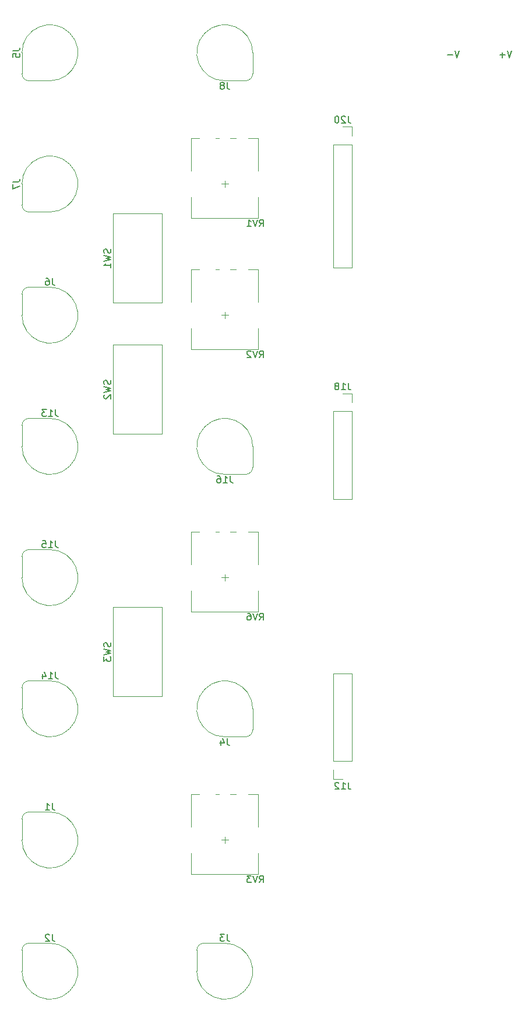
<source format=gbo>
%TF.GenerationSoftware,KiCad,Pcbnew,7.0.2-0*%
%TF.CreationDate,2023-10-21T23:35:19+01:00*%
%TF.ProjectId,serge-r5-triple-wave-shaper,73657267-652d-4723-952d-747269706c65,r02*%
%TF.SameCoordinates,Original*%
%TF.FileFunction,Legend,Bot*%
%TF.FilePolarity,Positive*%
%FSLAX46Y46*%
G04 Gerber Fmt 4.6, Leading zero omitted, Abs format (unit mm)*
G04 Created by KiCad (PCBNEW 7.0.2-0) date 2023-10-21 23:35:19*
%MOMM*%
%LPD*%
G01*
G04 APERTURE LIST*
%ADD10C,0.150000*%
%ADD11C,0.120000*%
G04 APERTURE END LIST*
D10*
%TO.C,J20*%
X80184523Y-49202619D02*
X80184523Y-49916904D01*
X80184523Y-49916904D02*
X80232142Y-50059761D01*
X80232142Y-50059761D02*
X80327380Y-50155000D01*
X80327380Y-50155000D02*
X80470237Y-50202619D01*
X80470237Y-50202619D02*
X80565475Y-50202619D01*
X79755951Y-49297857D02*
X79708332Y-49250238D01*
X79708332Y-49250238D02*
X79613094Y-49202619D01*
X79613094Y-49202619D02*
X79374999Y-49202619D01*
X79374999Y-49202619D02*
X79279761Y-49250238D01*
X79279761Y-49250238D02*
X79232142Y-49297857D01*
X79232142Y-49297857D02*
X79184523Y-49393095D01*
X79184523Y-49393095D02*
X79184523Y-49488333D01*
X79184523Y-49488333D02*
X79232142Y-49631190D01*
X79232142Y-49631190D02*
X79803570Y-50202619D01*
X79803570Y-50202619D02*
X79184523Y-50202619D01*
X78565475Y-49202619D02*
X78470237Y-49202619D01*
X78470237Y-49202619D02*
X78374999Y-49250238D01*
X78374999Y-49250238D02*
X78327380Y-49297857D01*
X78327380Y-49297857D02*
X78279761Y-49393095D01*
X78279761Y-49393095D02*
X78232142Y-49583571D01*
X78232142Y-49583571D02*
X78232142Y-49821666D01*
X78232142Y-49821666D02*
X78279761Y-50012142D01*
X78279761Y-50012142D02*
X78327380Y-50107380D01*
X78327380Y-50107380D02*
X78374999Y-50155000D01*
X78374999Y-50155000D02*
X78470237Y-50202619D01*
X78470237Y-50202619D02*
X78565475Y-50202619D01*
X78565475Y-50202619D02*
X78660713Y-50155000D01*
X78660713Y-50155000D02*
X78708332Y-50107380D01*
X78708332Y-50107380D02*
X78755951Y-50012142D01*
X78755951Y-50012142D02*
X78803570Y-49821666D01*
X78803570Y-49821666D02*
X78803570Y-49583571D01*
X78803570Y-49583571D02*
X78755951Y-49393095D01*
X78755951Y-49393095D02*
X78708332Y-49297857D01*
X78708332Y-49297857D02*
X78660713Y-49250238D01*
X78660713Y-49250238D02*
X78565475Y-49202619D01*
%TO.C,J9*%
X103949380Y-39721619D02*
X103616047Y-40721619D01*
X103616047Y-40721619D02*
X103282714Y-39721619D01*
X102949380Y-40340666D02*
X102187476Y-40340666D01*
X102568428Y-40721619D02*
X102568428Y-39959714D01*
X96329380Y-39721619D02*
X95996047Y-40721619D01*
X95996047Y-40721619D02*
X95662714Y-39721619D01*
X95329380Y-40340666D02*
X94567476Y-40340666D01*
%TO.C,J6*%
X37163333Y-72741619D02*
X37163333Y-73455904D01*
X37163333Y-73455904D02*
X37210952Y-73598761D01*
X37210952Y-73598761D02*
X37306190Y-73694000D01*
X37306190Y-73694000D02*
X37449047Y-73741619D01*
X37449047Y-73741619D02*
X37544285Y-73741619D01*
X36258571Y-72741619D02*
X36449047Y-72741619D01*
X36449047Y-72741619D02*
X36544285Y-72789238D01*
X36544285Y-72789238D02*
X36591904Y-72836857D01*
X36591904Y-72836857D02*
X36687142Y-72979714D01*
X36687142Y-72979714D02*
X36734761Y-73170190D01*
X36734761Y-73170190D02*
X36734761Y-73551142D01*
X36734761Y-73551142D02*
X36687142Y-73646380D01*
X36687142Y-73646380D02*
X36639523Y-73694000D01*
X36639523Y-73694000D02*
X36544285Y-73741619D01*
X36544285Y-73741619D02*
X36353809Y-73741619D01*
X36353809Y-73741619D02*
X36258571Y-73694000D01*
X36258571Y-73694000D02*
X36210952Y-73646380D01*
X36210952Y-73646380D02*
X36163333Y-73551142D01*
X36163333Y-73551142D02*
X36163333Y-73313047D01*
X36163333Y-73313047D02*
X36210952Y-73217809D01*
X36210952Y-73217809D02*
X36258571Y-73170190D01*
X36258571Y-73170190D02*
X36353809Y-73122571D01*
X36353809Y-73122571D02*
X36544285Y-73122571D01*
X36544285Y-73122571D02*
X36639523Y-73170190D01*
X36639523Y-73170190D02*
X36687142Y-73217809D01*
X36687142Y-73217809D02*
X36734761Y-73313047D01*
%TO.C,J12*%
X80184523Y-145937619D02*
X80184523Y-146651904D01*
X80184523Y-146651904D02*
X80232142Y-146794761D01*
X80232142Y-146794761D02*
X80327380Y-146890000D01*
X80327380Y-146890000D02*
X80470237Y-146937619D01*
X80470237Y-146937619D02*
X80565475Y-146937619D01*
X79184523Y-146937619D02*
X79755951Y-146937619D01*
X79470237Y-146937619D02*
X79470237Y-145937619D01*
X79470237Y-145937619D02*
X79565475Y-146080476D01*
X79565475Y-146080476D02*
X79660713Y-146175714D01*
X79660713Y-146175714D02*
X79755951Y-146223333D01*
X78803570Y-146032857D02*
X78755951Y-145985238D01*
X78755951Y-145985238D02*
X78660713Y-145937619D01*
X78660713Y-145937619D02*
X78422618Y-145937619D01*
X78422618Y-145937619D02*
X78327380Y-145985238D01*
X78327380Y-145985238D02*
X78279761Y-146032857D01*
X78279761Y-146032857D02*
X78232142Y-146128095D01*
X78232142Y-146128095D02*
X78232142Y-146223333D01*
X78232142Y-146223333D02*
X78279761Y-146366190D01*
X78279761Y-146366190D02*
X78851189Y-146937619D01*
X78851189Y-146937619D02*
X78232142Y-146937619D01*
%TO.C,J18*%
X80184523Y-87937619D02*
X80184523Y-88651904D01*
X80184523Y-88651904D02*
X80232142Y-88794761D01*
X80232142Y-88794761D02*
X80327380Y-88890000D01*
X80327380Y-88890000D02*
X80470237Y-88937619D01*
X80470237Y-88937619D02*
X80565475Y-88937619D01*
X79184523Y-88937619D02*
X79755951Y-88937619D01*
X79470237Y-88937619D02*
X79470237Y-87937619D01*
X79470237Y-87937619D02*
X79565475Y-88080476D01*
X79565475Y-88080476D02*
X79660713Y-88175714D01*
X79660713Y-88175714D02*
X79755951Y-88223333D01*
X78613094Y-88366190D02*
X78708332Y-88318571D01*
X78708332Y-88318571D02*
X78755951Y-88270952D01*
X78755951Y-88270952D02*
X78803570Y-88175714D01*
X78803570Y-88175714D02*
X78803570Y-88128095D01*
X78803570Y-88128095D02*
X78755951Y-88032857D01*
X78755951Y-88032857D02*
X78708332Y-87985238D01*
X78708332Y-87985238D02*
X78613094Y-87937619D01*
X78613094Y-87937619D02*
X78422618Y-87937619D01*
X78422618Y-87937619D02*
X78327380Y-87985238D01*
X78327380Y-87985238D02*
X78279761Y-88032857D01*
X78279761Y-88032857D02*
X78232142Y-88128095D01*
X78232142Y-88128095D02*
X78232142Y-88175714D01*
X78232142Y-88175714D02*
X78279761Y-88270952D01*
X78279761Y-88270952D02*
X78327380Y-88318571D01*
X78327380Y-88318571D02*
X78422618Y-88366190D01*
X78422618Y-88366190D02*
X78613094Y-88366190D01*
X78613094Y-88366190D02*
X78708332Y-88413809D01*
X78708332Y-88413809D02*
X78755951Y-88461428D01*
X78755951Y-88461428D02*
X78803570Y-88556666D01*
X78803570Y-88556666D02*
X78803570Y-88747142D01*
X78803570Y-88747142D02*
X78755951Y-88842380D01*
X78755951Y-88842380D02*
X78708332Y-88890000D01*
X78708332Y-88890000D02*
X78613094Y-88937619D01*
X78613094Y-88937619D02*
X78422618Y-88937619D01*
X78422618Y-88937619D02*
X78327380Y-88890000D01*
X78327380Y-88890000D02*
X78279761Y-88842380D01*
X78279761Y-88842380D02*
X78232142Y-88747142D01*
X78232142Y-88747142D02*
X78232142Y-88556666D01*
X78232142Y-88556666D02*
X78279761Y-88461428D01*
X78279761Y-88461428D02*
X78327380Y-88413809D01*
X78327380Y-88413809D02*
X78422618Y-88366190D01*
%TO.C,RV6*%
X67270238Y-122382619D02*
X67603571Y-121906428D01*
X67841666Y-122382619D02*
X67841666Y-121382619D01*
X67841666Y-121382619D02*
X67460714Y-121382619D01*
X67460714Y-121382619D02*
X67365476Y-121430238D01*
X67365476Y-121430238D02*
X67317857Y-121477857D01*
X67317857Y-121477857D02*
X67270238Y-121573095D01*
X67270238Y-121573095D02*
X67270238Y-121715952D01*
X67270238Y-121715952D02*
X67317857Y-121811190D01*
X67317857Y-121811190D02*
X67365476Y-121858809D01*
X67365476Y-121858809D02*
X67460714Y-121906428D01*
X67460714Y-121906428D02*
X67841666Y-121906428D01*
X66984523Y-121382619D02*
X66651190Y-122382619D01*
X66651190Y-122382619D02*
X66317857Y-121382619D01*
X65555952Y-121382619D02*
X65746428Y-121382619D01*
X65746428Y-121382619D02*
X65841666Y-121430238D01*
X65841666Y-121430238D02*
X65889285Y-121477857D01*
X65889285Y-121477857D02*
X65984523Y-121620714D01*
X65984523Y-121620714D02*
X66032142Y-121811190D01*
X66032142Y-121811190D02*
X66032142Y-122192142D01*
X66032142Y-122192142D02*
X65984523Y-122287380D01*
X65984523Y-122287380D02*
X65936904Y-122335000D01*
X65936904Y-122335000D02*
X65841666Y-122382619D01*
X65841666Y-122382619D02*
X65651190Y-122382619D01*
X65651190Y-122382619D02*
X65555952Y-122335000D01*
X65555952Y-122335000D02*
X65508333Y-122287380D01*
X65508333Y-122287380D02*
X65460714Y-122192142D01*
X65460714Y-122192142D02*
X65460714Y-121954047D01*
X65460714Y-121954047D02*
X65508333Y-121858809D01*
X65508333Y-121858809D02*
X65555952Y-121811190D01*
X65555952Y-121811190D02*
X65651190Y-121763571D01*
X65651190Y-121763571D02*
X65841666Y-121763571D01*
X65841666Y-121763571D02*
X65936904Y-121811190D01*
X65936904Y-121811190D02*
X65984523Y-121858809D01*
X65984523Y-121858809D02*
X66032142Y-121954047D01*
%TO.C,J16*%
X63039523Y-101443619D02*
X63039523Y-102157904D01*
X63039523Y-102157904D02*
X63087142Y-102300761D01*
X63087142Y-102300761D02*
X63182380Y-102396000D01*
X63182380Y-102396000D02*
X63325237Y-102443619D01*
X63325237Y-102443619D02*
X63420475Y-102443619D01*
X62039523Y-102443619D02*
X62610951Y-102443619D01*
X62325237Y-102443619D02*
X62325237Y-101443619D01*
X62325237Y-101443619D02*
X62420475Y-101586476D01*
X62420475Y-101586476D02*
X62515713Y-101681714D01*
X62515713Y-101681714D02*
X62610951Y-101729333D01*
X61182380Y-101443619D02*
X61372856Y-101443619D01*
X61372856Y-101443619D02*
X61468094Y-101491238D01*
X61468094Y-101491238D02*
X61515713Y-101538857D01*
X61515713Y-101538857D02*
X61610951Y-101681714D01*
X61610951Y-101681714D02*
X61658570Y-101872190D01*
X61658570Y-101872190D02*
X61658570Y-102253142D01*
X61658570Y-102253142D02*
X61610951Y-102348380D01*
X61610951Y-102348380D02*
X61563332Y-102396000D01*
X61563332Y-102396000D02*
X61468094Y-102443619D01*
X61468094Y-102443619D02*
X61277618Y-102443619D01*
X61277618Y-102443619D02*
X61182380Y-102396000D01*
X61182380Y-102396000D02*
X61134761Y-102348380D01*
X61134761Y-102348380D02*
X61087142Y-102253142D01*
X61087142Y-102253142D02*
X61087142Y-102015047D01*
X61087142Y-102015047D02*
X61134761Y-101919809D01*
X61134761Y-101919809D02*
X61182380Y-101872190D01*
X61182380Y-101872190D02*
X61277618Y-101824571D01*
X61277618Y-101824571D02*
X61468094Y-101824571D01*
X61468094Y-101824571D02*
X61563332Y-101872190D01*
X61563332Y-101872190D02*
X61610951Y-101919809D01*
X61610951Y-101919809D02*
X61658570Y-102015047D01*
%TO.C,J3*%
X62563333Y-167991619D02*
X62563333Y-168705904D01*
X62563333Y-168705904D02*
X62610952Y-168848761D01*
X62610952Y-168848761D02*
X62706190Y-168944000D01*
X62706190Y-168944000D02*
X62849047Y-168991619D01*
X62849047Y-168991619D02*
X62944285Y-168991619D01*
X62182380Y-167991619D02*
X61563333Y-167991619D01*
X61563333Y-167991619D02*
X61896666Y-168372571D01*
X61896666Y-168372571D02*
X61753809Y-168372571D01*
X61753809Y-168372571D02*
X61658571Y-168420190D01*
X61658571Y-168420190D02*
X61610952Y-168467809D01*
X61610952Y-168467809D02*
X61563333Y-168563047D01*
X61563333Y-168563047D02*
X61563333Y-168801142D01*
X61563333Y-168801142D02*
X61610952Y-168896380D01*
X61610952Y-168896380D02*
X61658571Y-168944000D01*
X61658571Y-168944000D02*
X61753809Y-168991619D01*
X61753809Y-168991619D02*
X62039523Y-168991619D01*
X62039523Y-168991619D02*
X62134761Y-168944000D01*
X62134761Y-168944000D02*
X62182380Y-168896380D01*
%TO.C,SW2*%
X45627000Y-87566667D02*
X45674619Y-87709524D01*
X45674619Y-87709524D02*
X45674619Y-87947619D01*
X45674619Y-87947619D02*
X45627000Y-88042857D01*
X45627000Y-88042857D02*
X45579380Y-88090476D01*
X45579380Y-88090476D02*
X45484142Y-88138095D01*
X45484142Y-88138095D02*
X45388904Y-88138095D01*
X45388904Y-88138095D02*
X45293666Y-88090476D01*
X45293666Y-88090476D02*
X45246047Y-88042857D01*
X45246047Y-88042857D02*
X45198428Y-87947619D01*
X45198428Y-87947619D02*
X45150809Y-87757143D01*
X45150809Y-87757143D02*
X45103190Y-87661905D01*
X45103190Y-87661905D02*
X45055571Y-87614286D01*
X45055571Y-87614286D02*
X44960333Y-87566667D01*
X44960333Y-87566667D02*
X44865095Y-87566667D01*
X44865095Y-87566667D02*
X44769857Y-87614286D01*
X44769857Y-87614286D02*
X44722238Y-87661905D01*
X44722238Y-87661905D02*
X44674619Y-87757143D01*
X44674619Y-87757143D02*
X44674619Y-87995238D01*
X44674619Y-87995238D02*
X44722238Y-88138095D01*
X44674619Y-88471429D02*
X45674619Y-88709524D01*
X45674619Y-88709524D02*
X44960333Y-88900000D01*
X44960333Y-88900000D02*
X45674619Y-89090476D01*
X45674619Y-89090476D02*
X44674619Y-89328572D01*
X44769857Y-89661905D02*
X44722238Y-89709524D01*
X44722238Y-89709524D02*
X44674619Y-89804762D01*
X44674619Y-89804762D02*
X44674619Y-90042857D01*
X44674619Y-90042857D02*
X44722238Y-90138095D01*
X44722238Y-90138095D02*
X44769857Y-90185714D01*
X44769857Y-90185714D02*
X44865095Y-90233333D01*
X44865095Y-90233333D02*
X44960333Y-90233333D01*
X44960333Y-90233333D02*
X45103190Y-90185714D01*
X45103190Y-90185714D02*
X45674619Y-89614286D01*
X45674619Y-89614286D02*
X45674619Y-90233333D01*
%TO.C,SW3*%
X45627000Y-125666667D02*
X45674619Y-125809524D01*
X45674619Y-125809524D02*
X45674619Y-126047619D01*
X45674619Y-126047619D02*
X45627000Y-126142857D01*
X45627000Y-126142857D02*
X45579380Y-126190476D01*
X45579380Y-126190476D02*
X45484142Y-126238095D01*
X45484142Y-126238095D02*
X45388904Y-126238095D01*
X45388904Y-126238095D02*
X45293666Y-126190476D01*
X45293666Y-126190476D02*
X45246047Y-126142857D01*
X45246047Y-126142857D02*
X45198428Y-126047619D01*
X45198428Y-126047619D02*
X45150809Y-125857143D01*
X45150809Y-125857143D02*
X45103190Y-125761905D01*
X45103190Y-125761905D02*
X45055571Y-125714286D01*
X45055571Y-125714286D02*
X44960333Y-125666667D01*
X44960333Y-125666667D02*
X44865095Y-125666667D01*
X44865095Y-125666667D02*
X44769857Y-125714286D01*
X44769857Y-125714286D02*
X44722238Y-125761905D01*
X44722238Y-125761905D02*
X44674619Y-125857143D01*
X44674619Y-125857143D02*
X44674619Y-126095238D01*
X44674619Y-126095238D02*
X44722238Y-126238095D01*
X44674619Y-126571429D02*
X45674619Y-126809524D01*
X45674619Y-126809524D02*
X44960333Y-127000000D01*
X44960333Y-127000000D02*
X45674619Y-127190476D01*
X45674619Y-127190476D02*
X44674619Y-127428572D01*
X44674619Y-127714286D02*
X44674619Y-128333333D01*
X44674619Y-128333333D02*
X45055571Y-128000000D01*
X45055571Y-128000000D02*
X45055571Y-128142857D01*
X45055571Y-128142857D02*
X45103190Y-128238095D01*
X45103190Y-128238095D02*
X45150809Y-128285714D01*
X45150809Y-128285714D02*
X45246047Y-128333333D01*
X45246047Y-128333333D02*
X45484142Y-128333333D01*
X45484142Y-128333333D02*
X45579380Y-128285714D01*
X45579380Y-128285714D02*
X45627000Y-128238095D01*
X45627000Y-128238095D02*
X45674619Y-128142857D01*
X45674619Y-128142857D02*
X45674619Y-127857143D01*
X45674619Y-127857143D02*
X45627000Y-127761905D01*
X45627000Y-127761905D02*
X45579380Y-127714286D01*
%TO.C,J4*%
X62563333Y-139543619D02*
X62563333Y-140257904D01*
X62563333Y-140257904D02*
X62610952Y-140400761D01*
X62610952Y-140400761D02*
X62706190Y-140496000D01*
X62706190Y-140496000D02*
X62849047Y-140543619D01*
X62849047Y-140543619D02*
X62944285Y-140543619D01*
X61658571Y-139876952D02*
X61658571Y-140543619D01*
X61896666Y-139496000D02*
X62134761Y-140210285D01*
X62134761Y-140210285D02*
X61515714Y-140210285D01*
%TO.C,J15*%
X37639523Y-110841619D02*
X37639523Y-111555904D01*
X37639523Y-111555904D02*
X37687142Y-111698761D01*
X37687142Y-111698761D02*
X37782380Y-111794000D01*
X37782380Y-111794000D02*
X37925237Y-111841619D01*
X37925237Y-111841619D02*
X38020475Y-111841619D01*
X36639523Y-111841619D02*
X37210951Y-111841619D01*
X36925237Y-111841619D02*
X36925237Y-110841619D01*
X36925237Y-110841619D02*
X37020475Y-110984476D01*
X37020475Y-110984476D02*
X37115713Y-111079714D01*
X37115713Y-111079714D02*
X37210951Y-111127333D01*
X35734761Y-110841619D02*
X36210951Y-110841619D01*
X36210951Y-110841619D02*
X36258570Y-111317809D01*
X36258570Y-111317809D02*
X36210951Y-111270190D01*
X36210951Y-111270190D02*
X36115713Y-111222571D01*
X36115713Y-111222571D02*
X35877618Y-111222571D01*
X35877618Y-111222571D02*
X35782380Y-111270190D01*
X35782380Y-111270190D02*
X35734761Y-111317809D01*
X35734761Y-111317809D02*
X35687142Y-111413047D01*
X35687142Y-111413047D02*
X35687142Y-111651142D01*
X35687142Y-111651142D02*
X35734761Y-111746380D01*
X35734761Y-111746380D02*
X35782380Y-111794000D01*
X35782380Y-111794000D02*
X35877618Y-111841619D01*
X35877618Y-111841619D02*
X36115713Y-111841619D01*
X36115713Y-111841619D02*
X36210951Y-111794000D01*
X36210951Y-111794000D02*
X36258570Y-111746380D01*
%TO.C,J1*%
X37163333Y-148941619D02*
X37163333Y-149655904D01*
X37163333Y-149655904D02*
X37210952Y-149798761D01*
X37210952Y-149798761D02*
X37306190Y-149894000D01*
X37306190Y-149894000D02*
X37449047Y-149941619D01*
X37449047Y-149941619D02*
X37544285Y-149941619D01*
X36163333Y-149941619D02*
X36734761Y-149941619D01*
X36449047Y-149941619D02*
X36449047Y-148941619D01*
X36449047Y-148941619D02*
X36544285Y-149084476D01*
X36544285Y-149084476D02*
X36639523Y-149179714D01*
X36639523Y-149179714D02*
X36734761Y-149227333D01*
%TO.C,J5*%
X31466619Y-39671666D02*
X32180904Y-39671666D01*
X32180904Y-39671666D02*
X32323761Y-39624047D01*
X32323761Y-39624047D02*
X32419000Y-39528809D01*
X32419000Y-39528809D02*
X32466619Y-39385952D01*
X32466619Y-39385952D02*
X32466619Y-39290714D01*
X31466619Y-40624047D02*
X31466619Y-40147857D01*
X31466619Y-40147857D02*
X31942809Y-40100238D01*
X31942809Y-40100238D02*
X31895190Y-40147857D01*
X31895190Y-40147857D02*
X31847571Y-40243095D01*
X31847571Y-40243095D02*
X31847571Y-40481190D01*
X31847571Y-40481190D02*
X31895190Y-40576428D01*
X31895190Y-40576428D02*
X31942809Y-40624047D01*
X31942809Y-40624047D02*
X32038047Y-40671666D01*
X32038047Y-40671666D02*
X32276142Y-40671666D01*
X32276142Y-40671666D02*
X32371380Y-40624047D01*
X32371380Y-40624047D02*
X32419000Y-40576428D01*
X32419000Y-40576428D02*
X32466619Y-40481190D01*
X32466619Y-40481190D02*
X32466619Y-40243095D01*
X32466619Y-40243095D02*
X32419000Y-40147857D01*
X32419000Y-40147857D02*
X32371380Y-40100238D01*
%TO.C,J13*%
X37639523Y-91791619D02*
X37639523Y-92505904D01*
X37639523Y-92505904D02*
X37687142Y-92648761D01*
X37687142Y-92648761D02*
X37782380Y-92744000D01*
X37782380Y-92744000D02*
X37925237Y-92791619D01*
X37925237Y-92791619D02*
X38020475Y-92791619D01*
X36639523Y-92791619D02*
X37210951Y-92791619D01*
X36925237Y-92791619D02*
X36925237Y-91791619D01*
X36925237Y-91791619D02*
X37020475Y-91934476D01*
X37020475Y-91934476D02*
X37115713Y-92029714D01*
X37115713Y-92029714D02*
X37210951Y-92077333D01*
X36306189Y-91791619D02*
X35687142Y-91791619D01*
X35687142Y-91791619D02*
X36020475Y-92172571D01*
X36020475Y-92172571D02*
X35877618Y-92172571D01*
X35877618Y-92172571D02*
X35782380Y-92220190D01*
X35782380Y-92220190D02*
X35734761Y-92267809D01*
X35734761Y-92267809D02*
X35687142Y-92363047D01*
X35687142Y-92363047D02*
X35687142Y-92601142D01*
X35687142Y-92601142D02*
X35734761Y-92696380D01*
X35734761Y-92696380D02*
X35782380Y-92744000D01*
X35782380Y-92744000D02*
X35877618Y-92791619D01*
X35877618Y-92791619D02*
X36163332Y-92791619D01*
X36163332Y-92791619D02*
X36258570Y-92744000D01*
X36258570Y-92744000D02*
X36306189Y-92696380D01*
%TO.C,J7*%
X31466619Y-58721666D02*
X32180904Y-58721666D01*
X32180904Y-58721666D02*
X32323761Y-58674047D01*
X32323761Y-58674047D02*
X32419000Y-58578809D01*
X32419000Y-58578809D02*
X32466619Y-58435952D01*
X32466619Y-58435952D02*
X32466619Y-58340714D01*
X31466619Y-59102619D02*
X31466619Y-59769285D01*
X31466619Y-59769285D02*
X32466619Y-59340714D01*
%TO.C,RV2*%
X67270238Y-84282619D02*
X67603571Y-83806428D01*
X67841666Y-84282619D02*
X67841666Y-83282619D01*
X67841666Y-83282619D02*
X67460714Y-83282619D01*
X67460714Y-83282619D02*
X67365476Y-83330238D01*
X67365476Y-83330238D02*
X67317857Y-83377857D01*
X67317857Y-83377857D02*
X67270238Y-83473095D01*
X67270238Y-83473095D02*
X67270238Y-83615952D01*
X67270238Y-83615952D02*
X67317857Y-83711190D01*
X67317857Y-83711190D02*
X67365476Y-83758809D01*
X67365476Y-83758809D02*
X67460714Y-83806428D01*
X67460714Y-83806428D02*
X67841666Y-83806428D01*
X66984523Y-83282619D02*
X66651190Y-84282619D01*
X66651190Y-84282619D02*
X66317857Y-83282619D01*
X66032142Y-83377857D02*
X65984523Y-83330238D01*
X65984523Y-83330238D02*
X65889285Y-83282619D01*
X65889285Y-83282619D02*
X65651190Y-83282619D01*
X65651190Y-83282619D02*
X65555952Y-83330238D01*
X65555952Y-83330238D02*
X65508333Y-83377857D01*
X65508333Y-83377857D02*
X65460714Y-83473095D01*
X65460714Y-83473095D02*
X65460714Y-83568333D01*
X65460714Y-83568333D02*
X65508333Y-83711190D01*
X65508333Y-83711190D02*
X66079761Y-84282619D01*
X66079761Y-84282619D02*
X65460714Y-84282619D01*
%TO.C,SW1*%
X45627000Y-68516667D02*
X45674619Y-68659524D01*
X45674619Y-68659524D02*
X45674619Y-68897619D01*
X45674619Y-68897619D02*
X45627000Y-68992857D01*
X45627000Y-68992857D02*
X45579380Y-69040476D01*
X45579380Y-69040476D02*
X45484142Y-69088095D01*
X45484142Y-69088095D02*
X45388904Y-69088095D01*
X45388904Y-69088095D02*
X45293666Y-69040476D01*
X45293666Y-69040476D02*
X45246047Y-68992857D01*
X45246047Y-68992857D02*
X45198428Y-68897619D01*
X45198428Y-68897619D02*
X45150809Y-68707143D01*
X45150809Y-68707143D02*
X45103190Y-68611905D01*
X45103190Y-68611905D02*
X45055571Y-68564286D01*
X45055571Y-68564286D02*
X44960333Y-68516667D01*
X44960333Y-68516667D02*
X44865095Y-68516667D01*
X44865095Y-68516667D02*
X44769857Y-68564286D01*
X44769857Y-68564286D02*
X44722238Y-68611905D01*
X44722238Y-68611905D02*
X44674619Y-68707143D01*
X44674619Y-68707143D02*
X44674619Y-68945238D01*
X44674619Y-68945238D02*
X44722238Y-69088095D01*
X44674619Y-69421429D02*
X45674619Y-69659524D01*
X45674619Y-69659524D02*
X44960333Y-69850000D01*
X44960333Y-69850000D02*
X45674619Y-70040476D01*
X45674619Y-70040476D02*
X44674619Y-70278572D01*
X45674619Y-71183333D02*
X45674619Y-70611905D01*
X45674619Y-70897619D02*
X44674619Y-70897619D01*
X44674619Y-70897619D02*
X44817476Y-70802381D01*
X44817476Y-70802381D02*
X44912714Y-70707143D01*
X44912714Y-70707143D02*
X44960333Y-70611905D01*
%TO.C,J14*%
X37639523Y-129891619D02*
X37639523Y-130605904D01*
X37639523Y-130605904D02*
X37687142Y-130748761D01*
X37687142Y-130748761D02*
X37782380Y-130844000D01*
X37782380Y-130844000D02*
X37925237Y-130891619D01*
X37925237Y-130891619D02*
X38020475Y-130891619D01*
X36639523Y-130891619D02*
X37210951Y-130891619D01*
X36925237Y-130891619D02*
X36925237Y-129891619D01*
X36925237Y-129891619D02*
X37020475Y-130034476D01*
X37020475Y-130034476D02*
X37115713Y-130129714D01*
X37115713Y-130129714D02*
X37210951Y-130177333D01*
X35782380Y-130224952D02*
X35782380Y-130891619D01*
X36020475Y-129844000D02*
X36258570Y-130558285D01*
X36258570Y-130558285D02*
X35639523Y-130558285D01*
%TO.C,J8*%
X62563333Y-44293619D02*
X62563333Y-45007904D01*
X62563333Y-45007904D02*
X62610952Y-45150761D01*
X62610952Y-45150761D02*
X62706190Y-45246000D01*
X62706190Y-45246000D02*
X62849047Y-45293619D01*
X62849047Y-45293619D02*
X62944285Y-45293619D01*
X61944285Y-44722190D02*
X62039523Y-44674571D01*
X62039523Y-44674571D02*
X62087142Y-44626952D01*
X62087142Y-44626952D02*
X62134761Y-44531714D01*
X62134761Y-44531714D02*
X62134761Y-44484095D01*
X62134761Y-44484095D02*
X62087142Y-44388857D01*
X62087142Y-44388857D02*
X62039523Y-44341238D01*
X62039523Y-44341238D02*
X61944285Y-44293619D01*
X61944285Y-44293619D02*
X61753809Y-44293619D01*
X61753809Y-44293619D02*
X61658571Y-44341238D01*
X61658571Y-44341238D02*
X61610952Y-44388857D01*
X61610952Y-44388857D02*
X61563333Y-44484095D01*
X61563333Y-44484095D02*
X61563333Y-44531714D01*
X61563333Y-44531714D02*
X61610952Y-44626952D01*
X61610952Y-44626952D02*
X61658571Y-44674571D01*
X61658571Y-44674571D02*
X61753809Y-44722190D01*
X61753809Y-44722190D02*
X61944285Y-44722190D01*
X61944285Y-44722190D02*
X62039523Y-44769809D01*
X62039523Y-44769809D02*
X62087142Y-44817428D01*
X62087142Y-44817428D02*
X62134761Y-44912666D01*
X62134761Y-44912666D02*
X62134761Y-45103142D01*
X62134761Y-45103142D02*
X62087142Y-45198380D01*
X62087142Y-45198380D02*
X62039523Y-45246000D01*
X62039523Y-45246000D02*
X61944285Y-45293619D01*
X61944285Y-45293619D02*
X61753809Y-45293619D01*
X61753809Y-45293619D02*
X61658571Y-45246000D01*
X61658571Y-45246000D02*
X61610952Y-45198380D01*
X61610952Y-45198380D02*
X61563333Y-45103142D01*
X61563333Y-45103142D02*
X61563333Y-44912666D01*
X61563333Y-44912666D02*
X61610952Y-44817428D01*
X61610952Y-44817428D02*
X61658571Y-44769809D01*
X61658571Y-44769809D02*
X61753809Y-44722190D01*
%TO.C,RV1*%
X67270238Y-65232619D02*
X67603571Y-64756428D01*
X67841666Y-65232619D02*
X67841666Y-64232619D01*
X67841666Y-64232619D02*
X67460714Y-64232619D01*
X67460714Y-64232619D02*
X67365476Y-64280238D01*
X67365476Y-64280238D02*
X67317857Y-64327857D01*
X67317857Y-64327857D02*
X67270238Y-64423095D01*
X67270238Y-64423095D02*
X67270238Y-64565952D01*
X67270238Y-64565952D02*
X67317857Y-64661190D01*
X67317857Y-64661190D02*
X67365476Y-64708809D01*
X67365476Y-64708809D02*
X67460714Y-64756428D01*
X67460714Y-64756428D02*
X67841666Y-64756428D01*
X66984523Y-64232619D02*
X66651190Y-65232619D01*
X66651190Y-65232619D02*
X66317857Y-64232619D01*
X65460714Y-65232619D02*
X66032142Y-65232619D01*
X65746428Y-65232619D02*
X65746428Y-64232619D01*
X65746428Y-64232619D02*
X65841666Y-64375476D01*
X65841666Y-64375476D02*
X65936904Y-64470714D01*
X65936904Y-64470714D02*
X66032142Y-64518333D01*
%TO.C,RV3*%
X67270238Y-160482619D02*
X67603571Y-160006428D01*
X67841666Y-160482619D02*
X67841666Y-159482619D01*
X67841666Y-159482619D02*
X67460714Y-159482619D01*
X67460714Y-159482619D02*
X67365476Y-159530238D01*
X67365476Y-159530238D02*
X67317857Y-159577857D01*
X67317857Y-159577857D02*
X67270238Y-159673095D01*
X67270238Y-159673095D02*
X67270238Y-159815952D01*
X67270238Y-159815952D02*
X67317857Y-159911190D01*
X67317857Y-159911190D02*
X67365476Y-159958809D01*
X67365476Y-159958809D02*
X67460714Y-160006428D01*
X67460714Y-160006428D02*
X67841666Y-160006428D01*
X66984523Y-159482619D02*
X66651190Y-160482619D01*
X66651190Y-160482619D02*
X66317857Y-159482619D01*
X66079761Y-159482619D02*
X65460714Y-159482619D01*
X65460714Y-159482619D02*
X65794047Y-159863571D01*
X65794047Y-159863571D02*
X65651190Y-159863571D01*
X65651190Y-159863571D02*
X65555952Y-159911190D01*
X65555952Y-159911190D02*
X65508333Y-159958809D01*
X65508333Y-159958809D02*
X65460714Y-160054047D01*
X65460714Y-160054047D02*
X65460714Y-160292142D01*
X65460714Y-160292142D02*
X65508333Y-160387380D01*
X65508333Y-160387380D02*
X65555952Y-160435000D01*
X65555952Y-160435000D02*
X65651190Y-160482619D01*
X65651190Y-160482619D02*
X65936904Y-160482619D01*
X65936904Y-160482619D02*
X66032142Y-160435000D01*
X66032142Y-160435000D02*
X66079761Y-160387380D01*
%TO.C,J2*%
X37163333Y-167991619D02*
X37163333Y-168705904D01*
X37163333Y-168705904D02*
X37210952Y-168848761D01*
X37210952Y-168848761D02*
X37306190Y-168944000D01*
X37306190Y-168944000D02*
X37449047Y-168991619D01*
X37449047Y-168991619D02*
X37544285Y-168991619D01*
X36734761Y-168086857D02*
X36687142Y-168039238D01*
X36687142Y-168039238D02*
X36591904Y-167991619D01*
X36591904Y-167991619D02*
X36353809Y-167991619D01*
X36353809Y-167991619D02*
X36258571Y-168039238D01*
X36258571Y-168039238D02*
X36210952Y-168086857D01*
X36210952Y-168086857D02*
X36163333Y-168182095D01*
X36163333Y-168182095D02*
X36163333Y-168277333D01*
X36163333Y-168277333D02*
X36210952Y-168420190D01*
X36210952Y-168420190D02*
X36782380Y-168991619D01*
X36782380Y-168991619D02*
X36163333Y-168991619D01*
D11*
%TO.C,J20*%
X80705000Y-50740000D02*
X79375000Y-50740000D01*
X80705000Y-52070000D02*
X80705000Y-50740000D01*
X80705000Y-53340000D02*
X80705000Y-71180000D01*
X80705000Y-53340000D02*
X78045000Y-53340000D01*
X80705000Y-71180000D02*
X78045000Y-71180000D01*
X78045000Y-53340000D02*
X78045000Y-71180000D01*
%TO.C,J6*%
X36830000Y-74041000D02*
X33782000Y-74041000D01*
X32766000Y-75057000D02*
X32766000Y-78105000D01*
X32766000Y-78105000D02*
G75*
G03*
X36830000Y-74041000I4064000J0D01*
G01*
X33782000Y-74041000D02*
G75*
G03*
X32766000Y-75057000I0J-1016000D01*
G01*
%TO.C,J12*%
X78045000Y-130115000D02*
X80705000Y-130115000D01*
X78045000Y-142875000D02*
X78045000Y-130115000D01*
X78045000Y-142875000D02*
X80705000Y-142875000D01*
X78045000Y-144145000D02*
X78045000Y-145475000D01*
X78045000Y-145475000D02*
X79375000Y-145475000D01*
X80705000Y-142875000D02*
X80705000Y-130115000D01*
%TO.C,J18*%
X80705000Y-104835000D02*
X78045000Y-104835000D01*
X80705000Y-92075000D02*
X80705000Y-104835000D01*
X80705000Y-92075000D02*
X78045000Y-92075000D01*
X80705000Y-90805000D02*
X80705000Y-89475000D01*
X80705000Y-89475000D02*
X79375000Y-89475000D01*
X78045000Y-92075000D02*
X78045000Y-104835000D01*
%TO.C,RV6*%
X57350000Y-109585000D02*
X57350000Y-114305000D01*
X57360000Y-118115000D02*
X57360000Y-121175000D01*
X58540000Y-109585000D02*
X57360000Y-109585000D01*
X61440000Y-109585000D02*
X60910000Y-109585000D01*
X61730000Y-116205000D02*
X62730000Y-116205000D01*
X62230000Y-116705000D02*
X62230000Y-115705000D01*
X63890000Y-109585000D02*
X63060000Y-109585000D01*
X67100000Y-109585000D02*
X65610000Y-109585000D01*
X67100000Y-109585000D02*
X67100000Y-114305000D01*
X67100000Y-118115000D02*
X67100000Y-121175000D01*
X67100000Y-121175000D02*
X57360000Y-121175000D01*
%TO.C,J16*%
X62230000Y-101219000D02*
X65278000Y-101219000D01*
X66294000Y-100203000D02*
X66294000Y-97155000D01*
X66294000Y-97155000D02*
G75*
G03*
X62230000Y-101219000I-4064000J0D01*
G01*
X65278000Y-101219000D02*
G75*
G03*
X66294000Y-100203000I0J1016000D01*
G01*
%TO.C,J3*%
X62230000Y-169291000D02*
X59182000Y-169291000D01*
X58166000Y-170307000D02*
X58166000Y-173355000D01*
X58166000Y-173355000D02*
G75*
G03*
X62230000Y-169291000I4064000J0D01*
G01*
X59182000Y-169291000D02*
G75*
G03*
X58166000Y-170307000I0J-1016000D01*
G01*
%TO.C,SW2*%
X53086000Y-82423000D02*
X45974000Y-82423000D01*
X45974000Y-82423000D02*
X45974000Y-95377000D01*
X53086000Y-95377000D02*
X53086000Y-82423000D01*
X45974000Y-95377000D02*
X53086000Y-95377000D01*
%TO.C,SW3*%
X53086000Y-120523000D02*
X45974000Y-120523000D01*
X45974000Y-120523000D02*
X45974000Y-133477000D01*
X53086000Y-133477000D02*
X53086000Y-120523000D01*
X45974000Y-133477000D02*
X53086000Y-133477000D01*
%TO.C,J4*%
X62230000Y-139319000D02*
X65278000Y-139319000D01*
X66294000Y-138303000D02*
X66294000Y-135255000D01*
X66294000Y-135255000D02*
G75*
G03*
X62230000Y-139319000I-4064000J0D01*
G01*
X65278000Y-139319000D02*
G75*
G03*
X66294000Y-138303000I0J1016000D01*
G01*
%TO.C,J15*%
X36830000Y-112141000D02*
X33782000Y-112141000D01*
X32766000Y-113157000D02*
X32766000Y-116205000D01*
X32766000Y-116205000D02*
G75*
G03*
X36830000Y-112141000I4064000J0D01*
G01*
X33782000Y-112141000D02*
G75*
G03*
X32766000Y-113157000I0J-1016000D01*
G01*
%TO.C,J1*%
X36830000Y-150241000D02*
X33782000Y-150241000D01*
X32766000Y-151257000D02*
X32766000Y-154305000D01*
X32766000Y-154305000D02*
G75*
G03*
X36830000Y-150241000I4064000J0D01*
G01*
X33782000Y-150241000D02*
G75*
G03*
X32766000Y-151257000I0J-1016000D01*
G01*
%TO.C,J5*%
X32766000Y-40005000D02*
X32766000Y-43053000D01*
X33782000Y-44069000D02*
X36830000Y-44069000D01*
X36830000Y-44069000D02*
G75*
G03*
X32766000Y-40005000I0J4064000D01*
G01*
X32766000Y-43053000D02*
G75*
G03*
X33782000Y-44069000I1016000J0D01*
G01*
%TO.C,J13*%
X36830000Y-93091000D02*
X33782000Y-93091000D01*
X32766000Y-94107000D02*
X32766000Y-97155000D01*
X32766000Y-97155000D02*
G75*
G03*
X36830000Y-93091000I4064000J0D01*
G01*
X33782000Y-93091000D02*
G75*
G03*
X32766000Y-94107000I0J-1016000D01*
G01*
%TO.C,J7*%
X32766000Y-59055000D02*
X32766000Y-62103000D01*
X33782000Y-63119000D02*
X36830000Y-63119000D01*
X36830000Y-63119000D02*
G75*
G03*
X32766000Y-59055000I0J4064000D01*
G01*
X32766000Y-62103000D02*
G75*
G03*
X33782000Y-63119000I1016000J0D01*
G01*
%TO.C,RV2*%
X57350000Y-71485000D02*
X57350000Y-76205000D01*
X57360000Y-80015000D02*
X57360000Y-83075000D01*
X58540000Y-71485000D02*
X57360000Y-71485000D01*
X61440000Y-71485000D02*
X60910000Y-71485000D01*
X61730000Y-78105000D02*
X62730000Y-78105000D01*
X62230000Y-78605000D02*
X62230000Y-77605000D01*
X63890000Y-71485000D02*
X63060000Y-71485000D01*
X67100000Y-71485000D02*
X65610000Y-71485000D01*
X67100000Y-71485000D02*
X67100000Y-76205000D01*
X67100000Y-80015000D02*
X67100000Y-83075000D01*
X67100000Y-83075000D02*
X57360000Y-83075000D01*
%TO.C,SW1*%
X53086000Y-63373000D02*
X45974000Y-63373000D01*
X45974000Y-63373000D02*
X45974000Y-76327000D01*
X53086000Y-76327000D02*
X53086000Y-63373000D01*
X45974000Y-76327000D02*
X53086000Y-76327000D01*
%TO.C,J14*%
X36830000Y-131191000D02*
X33782000Y-131191000D01*
X32766000Y-132207000D02*
X32766000Y-135255000D01*
X32766000Y-135255000D02*
G75*
G03*
X36830000Y-131191000I4064000J0D01*
G01*
X33782000Y-131191000D02*
G75*
G03*
X32766000Y-132207000I0J-1016000D01*
G01*
%TO.C,J8*%
X62230000Y-44069000D02*
X65278000Y-44069000D01*
X66294000Y-43053000D02*
X66294000Y-40005000D01*
X66294000Y-40005000D02*
G75*
G03*
X62230000Y-44069000I-4064000J0D01*
G01*
X65278000Y-44069000D02*
G75*
G03*
X66294000Y-43053000I0J1016000D01*
G01*
%TO.C,RV1*%
X57350000Y-52435000D02*
X57350000Y-57155000D01*
X57360000Y-60965000D02*
X57360000Y-64025000D01*
X58540000Y-52435000D02*
X57360000Y-52435000D01*
X61440000Y-52435000D02*
X60910000Y-52435000D01*
X61730000Y-59055000D02*
X62730000Y-59055000D01*
X62230000Y-59555000D02*
X62230000Y-58555000D01*
X63890000Y-52435000D02*
X63060000Y-52435000D01*
X67100000Y-52435000D02*
X65610000Y-52435000D01*
X67100000Y-52435000D02*
X67100000Y-57155000D01*
X67100000Y-60965000D02*
X67100000Y-64025000D01*
X67100000Y-64025000D02*
X57360000Y-64025000D01*
%TO.C,RV3*%
X57350000Y-147685000D02*
X57350000Y-152405000D01*
X57360000Y-156215000D02*
X57360000Y-159275000D01*
X58540000Y-147685000D02*
X57360000Y-147685000D01*
X61440000Y-147685000D02*
X60910000Y-147685000D01*
X61730000Y-154305000D02*
X62730000Y-154305000D01*
X62230000Y-154805000D02*
X62230000Y-153805000D01*
X63890000Y-147685000D02*
X63060000Y-147685000D01*
X67100000Y-147685000D02*
X65610000Y-147685000D01*
X67100000Y-147685000D02*
X67100000Y-152405000D01*
X67100000Y-156215000D02*
X67100000Y-159275000D01*
X67100000Y-159275000D02*
X57360000Y-159275000D01*
%TO.C,J2*%
X36830000Y-169291000D02*
X33782000Y-169291000D01*
X32766000Y-170307000D02*
X32766000Y-173355000D01*
X32766000Y-173355000D02*
G75*
G03*
X36830000Y-169291000I4064000J0D01*
G01*
X33782000Y-169291000D02*
G75*
G03*
X32766000Y-170307000I0J-1016000D01*
G01*
%TD*%
M02*

</source>
